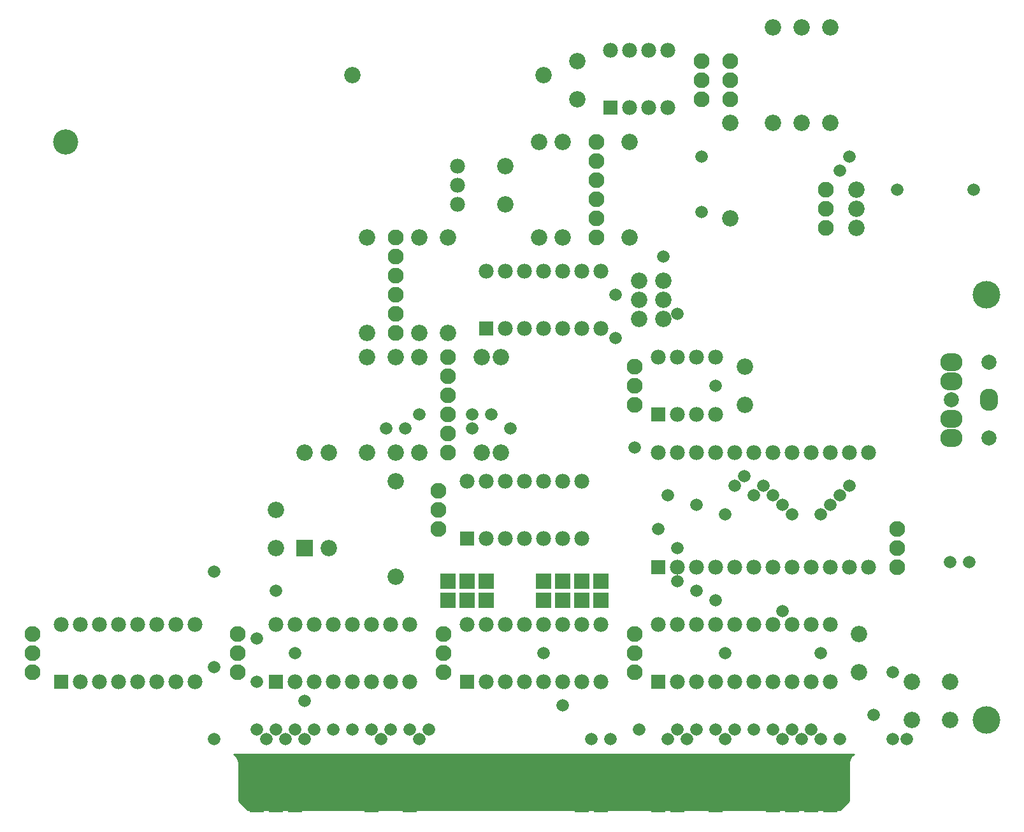
<source format=gbs>
G04 #@! TF.FileFunction,Soldermask,Bot*
%FSLAX46Y46*%
G04 Gerber Fmt 4.6, Leading zero omitted, Abs format (unit mm)*
G04 Created by KiCad (PCBNEW 4.0.1-stable) date 22/07/2016 18:26:52*
%MOMM*%
G01*
G04 APERTURE LIST*
%ADD10C,0.100000*%
%ADD11O,2.940000X2.432000*%
%ADD12O,2.432000X2.940000*%
%ADD13C,2.000200*%
%ADD14C,2.000000*%
%ADD15R,1.974800X1.974800*%
%ADD16C,1.974800*%
%ADD17C,2.178000*%
%ADD18R,2.178000X2.178000*%
%ADD19R,2.127200X2.127200*%
%ADD20C,2.101800*%
%ADD21C,3.346400*%
%ADD22R,1.924000X7.258000*%
%ADD23C,3.676600*%
%ADD24C,1.670000*%
%ADD25C,0.254000*%
G04 APERTURE END LIST*
D10*
D11*
X195152000Y-77510000D03*
X195152000Y-82510000D03*
X195152000Y-85010000D03*
X195152000Y-75010000D03*
D12*
X200152000Y-80010000D03*
D13*
X195152000Y-80010000D03*
D14*
X200152000Y-75010000D03*
X200152000Y-85010000D03*
D15*
X156210000Y-102235000D03*
D16*
X158750000Y-102235000D03*
X161290000Y-102235000D03*
X163830000Y-102235000D03*
X166370000Y-102235000D03*
X168910000Y-102235000D03*
X171450000Y-102235000D03*
X173990000Y-102235000D03*
X184150000Y-86995000D03*
X181610000Y-86995000D03*
X179070000Y-86995000D03*
X176530000Y-86995000D03*
X173990000Y-86995000D03*
X171450000Y-86995000D03*
X168910000Y-86995000D03*
X166370000Y-86995000D03*
X176530000Y-102235000D03*
X179070000Y-102235000D03*
X181610000Y-102235000D03*
X184150000Y-102235000D03*
X163830000Y-86995000D03*
X161290000Y-86995000D03*
X158750000Y-86995000D03*
X156210000Y-86995000D03*
D17*
X156845000Y-66675000D03*
X156845000Y-64135000D03*
X156845000Y-69215000D03*
X153670000Y-66675000D03*
X153670000Y-64135000D03*
X153670000Y-69215000D03*
D18*
X109220000Y-99695000D03*
D17*
X109220000Y-86995000D03*
D19*
X128270000Y-106680000D03*
X128270000Y-104140000D03*
X130810000Y-106680000D03*
X130810000Y-104140000D03*
X133350000Y-106680000D03*
X133350000Y-104140000D03*
X140970000Y-106680000D03*
X140970000Y-104140000D03*
X143510000Y-106680000D03*
X143510000Y-104140000D03*
X146050000Y-106680000D03*
X146050000Y-104140000D03*
X148590000Y-106680000D03*
X148590000Y-104140000D03*
D16*
X129540000Y-48895000D03*
X129540000Y-51435000D03*
X129540000Y-53975000D03*
D17*
X121285000Y-90805000D03*
X121285000Y-103505000D03*
X117475000Y-74295000D03*
X117475000Y-86995000D03*
X121285000Y-74295000D03*
X121285000Y-86995000D03*
X135255000Y-74295000D03*
X135255000Y-86995000D03*
X132715000Y-74295000D03*
X132715000Y-86995000D03*
X124460000Y-74295000D03*
X124460000Y-86995000D03*
X128270000Y-58420000D03*
X128270000Y-71120000D03*
X117475000Y-71120000D03*
X117475000Y-58420000D03*
X124460000Y-58420000D03*
X124460000Y-71120000D03*
X140335000Y-45720000D03*
X140335000Y-58420000D03*
X143510000Y-45720000D03*
X143510000Y-58420000D03*
X112395000Y-86995000D03*
X112395000Y-99695000D03*
X152400000Y-45720000D03*
X152400000Y-58420000D03*
X182562500Y-57150000D03*
X182562500Y-54610000D03*
X182562500Y-52070000D03*
X165735000Y-43180000D03*
X165735000Y-55880000D03*
X171450000Y-30480000D03*
X171450000Y-43180000D03*
X175260000Y-43180000D03*
X175260000Y-30480000D03*
X179070000Y-43180000D03*
X179070000Y-30480000D03*
D15*
X76835000Y-117475000D03*
D16*
X79375000Y-117475000D03*
X81915000Y-117475000D03*
X84455000Y-117475000D03*
X86995000Y-117475000D03*
X89535000Y-117475000D03*
X92075000Y-117475000D03*
X94615000Y-117475000D03*
X94615000Y-109855000D03*
X92075000Y-109855000D03*
X89535000Y-109855000D03*
X86995000Y-109855000D03*
X84455000Y-109855000D03*
X81915000Y-109855000D03*
X79375000Y-109855000D03*
X76835000Y-109855000D03*
D15*
X105410000Y-117475000D03*
D16*
X107950000Y-117475000D03*
X110490000Y-117475000D03*
X113030000Y-117475000D03*
X115570000Y-117475000D03*
X118110000Y-117475000D03*
X120650000Y-117475000D03*
X123190000Y-117475000D03*
X123190000Y-109855000D03*
X120650000Y-109855000D03*
X118110000Y-109855000D03*
X115570000Y-109855000D03*
X113030000Y-109855000D03*
X110490000Y-109855000D03*
X107950000Y-109855000D03*
X105410000Y-109855000D03*
D15*
X130810000Y-117475000D03*
D16*
X133350000Y-117475000D03*
X135890000Y-117475000D03*
X138430000Y-117475000D03*
X140970000Y-117475000D03*
X143510000Y-117475000D03*
X146050000Y-117475000D03*
X148590000Y-117475000D03*
X148590000Y-109855000D03*
X146050000Y-109855000D03*
X143510000Y-109855000D03*
X140970000Y-109855000D03*
X138430000Y-109855000D03*
X135890000Y-109855000D03*
X133350000Y-109855000D03*
X130810000Y-109855000D03*
D15*
X156210000Y-117475000D03*
D16*
X158750000Y-117475000D03*
X161290000Y-117475000D03*
X163830000Y-117475000D03*
X166370000Y-117475000D03*
X168910000Y-117475000D03*
X171450000Y-117475000D03*
X173990000Y-117475000D03*
X173990000Y-109855000D03*
X171450000Y-109855000D03*
X168910000Y-109855000D03*
X166370000Y-109855000D03*
X163830000Y-109855000D03*
X161290000Y-109855000D03*
X158750000Y-109855000D03*
X156210000Y-109855000D03*
X176530000Y-117475000D03*
X179070000Y-117475000D03*
X179070000Y-109855000D03*
X176530000Y-109855000D03*
D15*
X130810000Y-98425000D03*
D16*
X133350000Y-98425000D03*
X135890000Y-98425000D03*
X138430000Y-98425000D03*
X140970000Y-98425000D03*
X143510000Y-98425000D03*
X146050000Y-98425000D03*
X146050000Y-90805000D03*
X143510000Y-90805000D03*
X140970000Y-90805000D03*
X138430000Y-90805000D03*
X135890000Y-90805000D03*
X133350000Y-90805000D03*
X130810000Y-90805000D03*
D15*
X156210000Y-81915000D03*
D16*
X158750000Y-81915000D03*
X161290000Y-81915000D03*
X163830000Y-81915000D03*
X163830000Y-74295000D03*
X161290000Y-74295000D03*
X158750000Y-74295000D03*
X156210000Y-74295000D03*
D15*
X133350000Y-70485000D03*
D16*
X135890000Y-70485000D03*
X138430000Y-70485000D03*
X140970000Y-70485000D03*
X143510000Y-70485000D03*
X146050000Y-70485000D03*
X148590000Y-70485000D03*
X148590000Y-62865000D03*
X146050000Y-62865000D03*
X143510000Y-62865000D03*
X140970000Y-62865000D03*
X138430000Y-62865000D03*
X135890000Y-62865000D03*
X133350000Y-62865000D03*
D15*
X149860000Y-41148000D03*
D16*
X152400000Y-41148000D03*
X154940000Y-41148000D03*
X157480000Y-41148000D03*
X157480000Y-33528000D03*
X154940000Y-33528000D03*
X152400000Y-33528000D03*
X149860000Y-33528000D03*
D17*
X140970000Y-36830000D03*
X115570000Y-36830000D03*
D20*
X127635000Y-113665000D03*
X127635000Y-111125000D03*
X127635000Y-116205000D03*
X153035000Y-78105000D03*
X153035000Y-75565000D03*
X153035000Y-80645000D03*
X153035000Y-113665000D03*
X153035000Y-111125000D03*
X153035000Y-116205000D03*
X100330000Y-113665000D03*
X100330000Y-111125000D03*
X100330000Y-116205000D03*
X73025000Y-113665000D03*
X73025000Y-111125000D03*
X73025000Y-116205000D03*
X127000000Y-94615000D03*
X127000000Y-92075000D03*
X127000000Y-97155000D03*
X187960000Y-99695000D03*
X187960000Y-97155000D03*
X187960000Y-102235000D03*
X128270000Y-84455000D03*
X128270000Y-81915000D03*
X128270000Y-86995000D03*
X128270000Y-76835000D03*
X128270000Y-74295000D03*
X128270000Y-79375000D03*
X121285000Y-68580000D03*
X121285000Y-66040000D03*
X121285000Y-71120000D03*
X121285000Y-60960000D03*
X121285000Y-58420000D03*
X121285000Y-63500000D03*
X147955000Y-55880000D03*
X147955000Y-53340000D03*
X147955000Y-58420000D03*
X147955000Y-48260000D03*
X147955000Y-45720000D03*
X147955000Y-50800000D03*
X161925000Y-37465000D03*
X161925000Y-34925000D03*
X161925000Y-40005000D03*
X165735000Y-37465000D03*
X165735000Y-34925000D03*
X165735000Y-40005000D03*
X178435000Y-54610000D03*
X178435000Y-52070000D03*
X178435000Y-57150000D03*
D17*
X182880000Y-111125000D03*
X182880000Y-116205000D03*
X189865000Y-117475000D03*
X189865000Y-122555000D03*
X194945000Y-117475000D03*
X194945000Y-122555000D03*
X105410000Y-94615000D03*
X105410000Y-99695000D03*
X167703500Y-75565000D03*
X167703500Y-80645000D03*
X135890000Y-48895000D03*
X135890000Y-53975000D03*
X145415000Y-34925000D03*
X145415000Y-40005000D03*
D21*
X77470000Y-45720000D03*
D22*
X179070000Y-131191000D03*
X176530000Y-131191000D03*
X173990000Y-131191000D03*
X171450000Y-131191000D03*
X163830000Y-131191000D03*
X158750000Y-131191000D03*
X156210000Y-131191000D03*
X148590000Y-131191000D03*
X146050000Y-131191000D03*
X123190000Y-131191000D03*
X118110000Y-131191000D03*
X107950000Y-131191000D03*
X105410000Y-131191000D03*
X102870000Y-131191000D03*
D23*
X199771000Y-66040000D03*
X199771000Y-122555000D03*
D24*
X97155000Y-102870000D03*
X97155000Y-115570000D03*
X97155000Y-125095000D03*
X104140000Y-125095000D03*
X157480000Y-125095000D03*
X189230000Y-125095000D03*
X187325000Y-125095000D03*
X187325000Y-116205000D03*
X180340000Y-125095000D03*
X156210000Y-97155000D03*
X109220000Y-125095000D03*
X109220000Y-120015000D03*
X184785000Y-121920000D03*
X175260000Y-125095000D03*
X153035000Y-86360000D03*
X102870000Y-111760000D03*
X102870000Y-117475000D03*
X158750000Y-68580000D03*
X161925000Y-47625000D03*
X161925000Y-54991000D03*
X156845000Y-60960000D03*
X160020000Y-125095000D03*
X197485000Y-101600000D03*
X165100000Y-125095000D03*
X194945000Y-101600000D03*
X124460000Y-81915000D03*
X131445000Y-81915000D03*
X133985000Y-81915000D03*
X119380000Y-125095000D03*
X124460000Y-125095000D03*
X172720000Y-108077000D03*
X172720000Y-125095000D03*
X158750000Y-104140000D03*
X158750000Y-99695000D03*
X180340000Y-49530000D03*
X187960000Y-52070000D03*
X181610000Y-47625000D03*
X198120000Y-52070000D03*
X106680000Y-125095000D03*
X105410000Y-123825000D03*
X107950000Y-123825000D03*
X115570000Y-123825000D03*
X118110000Y-123825000D03*
X110490000Y-123825000D03*
X140970000Y-113665000D03*
X107950000Y-113665000D03*
X113030000Y-123825000D03*
X120650000Y-123825000D03*
X123190000Y-123825000D03*
X153670000Y-123825000D03*
X143510000Y-120650000D03*
X125730000Y-123825000D03*
X157480000Y-92710000D03*
X168910000Y-92710000D03*
X158750000Y-123825000D03*
X161290000Y-123825000D03*
X163830000Y-123825000D03*
X166370000Y-123825000D03*
X168910000Y-123825000D03*
X171450000Y-123825000D03*
X173990000Y-123825000D03*
X172720000Y-93980000D03*
X179070000Y-93980000D03*
X170180000Y-91440000D03*
X181610000Y-91440000D03*
X167640000Y-90170000D03*
X163830000Y-106680000D03*
X161290000Y-105410000D03*
X176530000Y-123825000D03*
X180340000Y-92710000D03*
X171450000Y-92710000D03*
X177800000Y-95250000D03*
X173990000Y-95250000D03*
X147320000Y-125095000D03*
X149860000Y-125095000D03*
X166370000Y-91440000D03*
X161290000Y-93980000D03*
X165100000Y-95250000D03*
X165100000Y-113665000D03*
X177800000Y-113665000D03*
X177800000Y-125095000D03*
X105410000Y-105410000D03*
X102870000Y-123825000D03*
X163830000Y-78105000D03*
X150495000Y-71755000D03*
X150495000Y-66040000D03*
X120015000Y-83820000D03*
X122555000Y-83820000D03*
X131445000Y-83820000D03*
X136525000Y-83820000D03*
D25*
G36*
X181787800Y-127406400D02*
X181746083Y-127460833D01*
X181492083Y-128095833D01*
X181483000Y-128143000D01*
X181483000Y-133297394D01*
X180287394Y-134493000D01*
X101652606Y-134493000D01*
X100457000Y-133297394D01*
X100457000Y-128270000D01*
X100453208Y-128239198D01*
X100326208Y-127731198D01*
X100308670Y-127691553D01*
X100054670Y-127310553D01*
X100019447Y-127275330D01*
X99796952Y-127127000D01*
X182160333Y-127127000D01*
X181787800Y-127406400D01*
X181787800Y-127406400D01*
G37*
X181787800Y-127406400D02*
X181746083Y-127460833D01*
X181492083Y-128095833D01*
X181483000Y-128143000D01*
X181483000Y-133297394D01*
X180287394Y-134493000D01*
X101652606Y-134493000D01*
X100457000Y-133297394D01*
X100457000Y-128270000D01*
X100453208Y-128239198D01*
X100326208Y-127731198D01*
X100308670Y-127691553D01*
X100054670Y-127310553D01*
X100019447Y-127275330D01*
X99796952Y-127127000D01*
X182160333Y-127127000D01*
X181787800Y-127406400D01*
M02*

</source>
